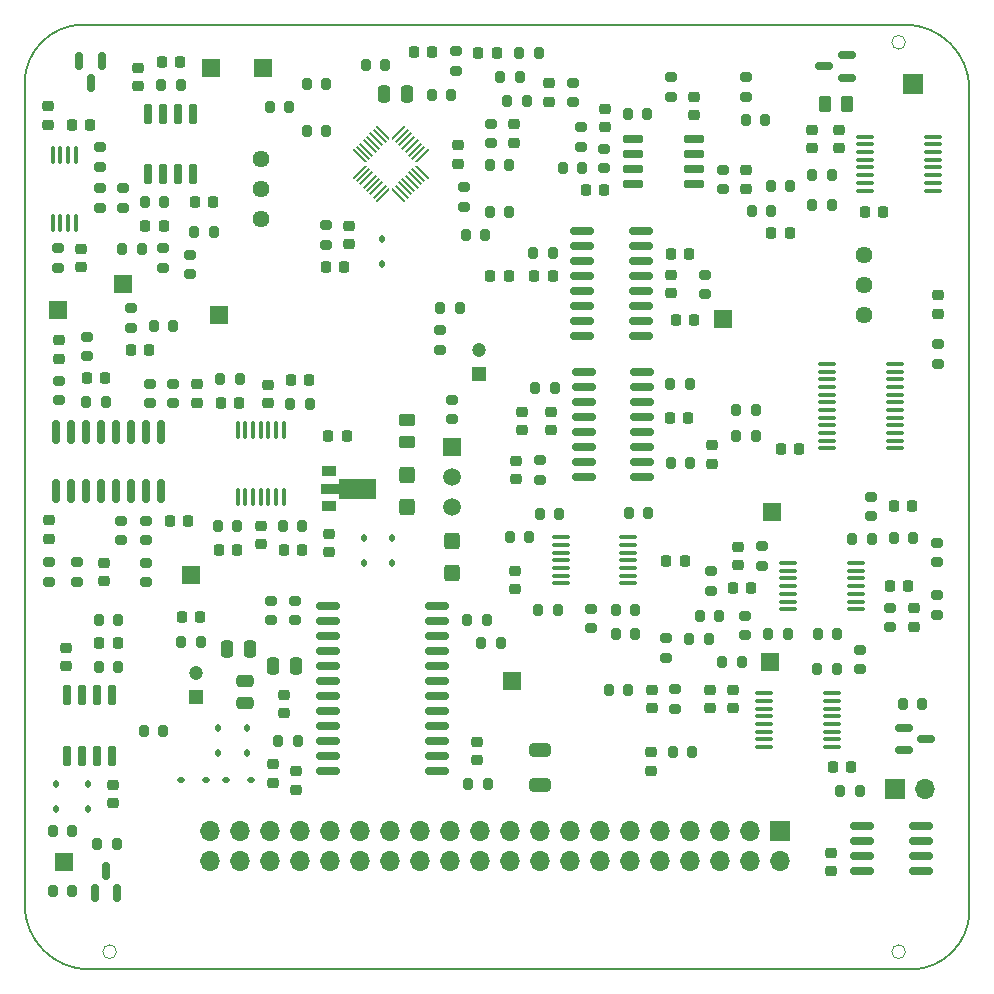
<source format=gbr>
G04 #@! TF.GenerationSoftware,KiCad,Pcbnew,7.0.9*
G04 #@! TF.CreationDate,2023-12-12T08:42:42-08:00*
G04 #@! TF.ProjectId,z5524,7a353532-342e-46b6-9963-61645f706362,rev?*
G04 #@! TF.SameCoordinates,PX3d83120PY6590fa0*
G04 #@! TF.FileFunction,Soldermask,Top*
G04 #@! TF.FilePolarity,Negative*
%FSLAX46Y46*%
G04 Gerber Fmt 4.6, Leading zero omitted, Abs format (unit mm)*
G04 Created by KiCad (PCBNEW 7.0.9) date 2023-12-12 08:42:42*
%MOMM*%
%LPD*%
G01*
G04 APERTURE LIST*
G04 Aperture macros list*
%AMRoundRect*
0 Rectangle with rounded corners*
0 $1 Rounding radius*
0 $2 $3 $4 $5 $6 $7 $8 $9 X,Y pos of 4 corners*
0 Add a 4 corners polygon primitive as box body*
4,1,4,$2,$3,$4,$5,$6,$7,$8,$9,$2,$3,0*
0 Add four circle primitives for the rounded corners*
1,1,$1+$1,$2,$3*
1,1,$1+$1,$4,$5*
1,1,$1+$1,$6,$7*
1,1,$1+$1,$8,$9*
0 Add four rect primitives between the rounded corners*
20,1,$1+$1,$2,$3,$4,$5,0*
20,1,$1+$1,$4,$5,$6,$7,0*
20,1,$1+$1,$6,$7,$8,$9,0*
20,1,$1+$1,$8,$9,$2,$3,0*%
%AMFreePoly0*
4,1,14,0.314644,0.085355,0.385355,0.014644,0.400000,-0.020711,0.400000,-0.050000,0.385355,-0.085355,0.350000,-0.100000,-1.100000,-0.100000,-1.135355,-0.085355,-1.150000,-0.050000,-1.150000,0.050000,-1.135355,0.085355,-1.100000,0.100000,0.279289,0.100000,0.314644,0.085355,0.314644,0.085355,$1*%
%AMFreePoly1*
4,1,14,0.385355,0.085355,0.400000,0.050000,0.400000,0.020711,0.385356,-0.014645,0.314644,-0.085355,0.279289,-0.100000,-1.100000,-0.100000,-1.135355,-0.085355,-1.150000,-0.050000,-1.150000,0.050000,-1.135355,0.085355,-1.100000,0.100000,0.350000,0.100000,0.385355,0.085355,0.385355,0.085355,$1*%
%AMFreePoly2*
4,1,14,0.085355,0.385355,0.100000,0.350000,0.100000,-1.100000,0.085355,-1.135355,0.050000,-1.150000,-0.050000,-1.150000,-0.085355,-1.135355,-0.100000,-1.100000,-0.100000,0.279289,-0.085355,0.314644,-0.014645,0.385356,0.020711,0.400000,0.050000,0.400000,0.085355,0.385355,0.085355,0.385355,$1*%
%AMFreePoly3*
4,1,14,0.014644,0.385355,0.085355,0.314644,0.100000,0.279289,0.100000,-1.100000,0.085355,-1.135355,0.050000,-1.150000,-0.050000,-1.150000,-0.085355,-1.135355,-0.100000,-1.100000,-0.100000,0.350000,-0.085355,0.385355,-0.050000,0.400000,-0.020711,0.400000,0.014644,0.385355,0.014644,0.385355,$1*%
%AMFreePoly4*
4,1,14,1.135355,0.085355,1.150000,0.050000,1.150000,-0.050000,1.135355,-0.085355,1.100000,-0.100000,-0.279289,-0.100000,-0.314646,-0.085355,-0.385355,-0.014644,-0.400000,0.020711,-0.400000,0.050000,-0.385355,0.085355,-0.350000,0.100000,1.100000,0.100000,1.135355,0.085355,1.135355,0.085355,$1*%
%AMFreePoly5*
4,1,14,1.135355,0.085355,1.150000,0.050000,1.150000,-0.050000,1.135355,-0.085355,1.100000,-0.100000,-0.350000,-0.100000,-0.385355,-0.085355,-0.400000,-0.050000,-0.400000,-0.020711,-0.385355,0.014644,-0.314646,0.085355,-0.279289,0.100000,1.100000,0.100000,1.135355,0.085355,1.135355,0.085355,$1*%
%AMFreePoly6*
4,1,14,0.085355,1.135355,0.100000,1.100000,0.100000,-0.279289,0.085355,-0.314646,0.014644,-0.385355,-0.020711,-0.400000,-0.050000,-0.400000,-0.085355,-0.385355,-0.100000,-0.350000,-0.100000,1.100000,-0.085355,1.135355,-0.050000,1.150000,0.050000,1.150000,0.085355,1.135355,0.085355,1.135355,$1*%
%AMFreePoly7*
4,1,14,0.085355,1.135355,0.100000,1.100000,0.100000,-0.350000,0.085355,-0.385355,0.050000,-0.400000,0.020711,-0.400000,-0.014645,-0.385356,-0.085355,-0.314644,-0.100000,-0.279289,-0.100000,1.100000,-0.085355,1.135355,-0.050000,1.150000,0.050000,1.150000,0.085355,1.135355,0.085355,1.135355,$1*%
%AMFreePoly8*
4,1,9,3.862500,-0.866500,0.737500,-0.866500,0.737500,-0.450000,-0.737500,-0.450000,-0.737500,0.450000,0.737500,0.450000,0.737500,0.866500,3.862500,0.866500,3.862500,-0.866500,3.862500,-0.866500,$1*%
G04 Aperture macros list end*
%ADD10FreePoly0,135.000000*%
%ADD11RoundRect,0.050000X0.548008X-0.477297X-0.477297X0.548008X-0.548008X0.477297X0.477297X-0.548008X0*%
%ADD12FreePoly1,135.000000*%
%ADD13FreePoly2,135.000000*%
%ADD14RoundRect,0.050000X0.548008X0.477297X0.477297X0.548008X-0.548008X-0.477297X-0.477297X-0.548008X0*%
%ADD15FreePoly3,135.000000*%
%ADD16FreePoly4,135.000000*%
%ADD17FreePoly5,135.000000*%
%ADD18FreePoly6,135.000000*%
%ADD19FreePoly7,135.000000*%
%ADD20RoundRect,0.250000X0.250000X0.475000X-0.250000X0.475000X-0.250000X-0.475000X0.250000X-0.475000X0*%
%ADD21RoundRect,0.225000X0.250000X-0.225000X0.250000X0.225000X-0.250000X0.225000X-0.250000X-0.225000X0*%
%ADD22RoundRect,0.200000X-0.275000X0.200000X-0.275000X-0.200000X0.275000X-0.200000X0.275000X0.200000X0*%
%ADD23RoundRect,0.225000X-0.225000X-0.250000X0.225000X-0.250000X0.225000X0.250000X-0.225000X0.250000X0*%
%ADD24RoundRect,0.100000X0.637500X0.100000X-0.637500X0.100000X-0.637500X-0.100000X0.637500X-0.100000X0*%
%ADD25RoundRect,0.100000X-0.637500X-0.100000X0.637500X-0.100000X0.637500X0.100000X-0.637500X0.100000X0*%
%ADD26RoundRect,0.218750X0.256250X-0.218750X0.256250X0.218750X-0.256250X0.218750X-0.256250X-0.218750X0*%
%ADD27R,1.700000X1.700000*%
%ADD28O,1.700000X1.700000*%
%ADD29RoundRect,0.225000X-0.250000X0.225000X-0.250000X-0.225000X0.250000X-0.225000X0.250000X0.225000X0*%
%ADD30RoundRect,0.150000X-0.150000X0.825000X-0.150000X-0.825000X0.150000X-0.825000X0.150000X0.825000X0*%
%ADD31RoundRect,0.150000X0.825000X0.150000X-0.825000X0.150000X-0.825000X-0.150000X0.825000X-0.150000X0*%
%ADD32RoundRect,0.112500X-0.112500X0.187500X-0.112500X-0.187500X0.112500X-0.187500X0.112500X0.187500X0*%
%ADD33RoundRect,0.150000X0.150000X-0.725000X0.150000X0.725000X-0.150000X0.725000X-0.150000X-0.725000X0*%
%ADD34RoundRect,0.225000X0.225000X0.250000X-0.225000X0.250000X-0.225000X-0.250000X0.225000X-0.250000X0*%
%ADD35R,1.500000X1.500000*%
%ADD36RoundRect,0.200000X0.200000X0.275000X-0.200000X0.275000X-0.200000X-0.275000X0.200000X-0.275000X0*%
%ADD37RoundRect,0.200000X-0.200000X-0.275000X0.200000X-0.275000X0.200000X0.275000X-0.200000X0.275000X0*%
%ADD38RoundRect,0.150000X0.150000X-0.587500X0.150000X0.587500X-0.150000X0.587500X-0.150000X-0.587500X0*%
%ADD39RoundRect,0.200000X0.275000X-0.200000X0.275000X0.200000X-0.275000X0.200000X-0.275000X-0.200000X0*%
%ADD40RoundRect,0.150000X0.725000X0.150000X-0.725000X0.150000X-0.725000X-0.150000X0.725000X-0.150000X0*%
%ADD41C,1.500000*%
%ADD42RoundRect,0.250000X-0.262500X-0.450000X0.262500X-0.450000X0.262500X0.450000X-0.262500X0.450000X0*%
%ADD43RoundRect,0.100000X-0.100000X0.637500X-0.100000X-0.637500X0.100000X-0.637500X0.100000X0.637500X0*%
%ADD44R,1.200000X1.200000*%
%ADD45C,1.200000*%
%ADD46RoundRect,0.112500X0.187500X0.112500X-0.187500X0.112500X-0.187500X-0.112500X0.187500X-0.112500X0*%
%ADD47RoundRect,0.250000X-0.650000X0.325000X-0.650000X-0.325000X0.650000X-0.325000X0.650000X0.325000X0*%
%ADD48RoundRect,0.250000X0.450000X-0.262500X0.450000X0.262500X-0.450000X0.262500X-0.450000X-0.262500X0*%
%ADD49RoundRect,0.150000X-0.825000X-0.150000X0.825000X-0.150000X0.825000X0.150000X-0.825000X0.150000X0*%
%ADD50RoundRect,0.100000X0.100000X-0.637500X0.100000X0.637500X-0.100000X0.637500X-0.100000X-0.637500X0*%
%ADD51RoundRect,0.150000X-0.150000X0.587500X-0.150000X-0.587500X0.150000X-0.587500X0.150000X0.587500X0*%
%ADD52RoundRect,0.112500X0.112500X-0.187500X0.112500X0.187500X-0.112500X0.187500X-0.112500X-0.187500X0*%
%ADD53RoundRect,0.250000X0.425000X-0.450000X0.425000X0.450000X-0.425000X0.450000X-0.425000X-0.450000X0*%
%ADD54RoundRect,0.150000X-0.587500X-0.150000X0.587500X-0.150000X0.587500X0.150000X-0.587500X0.150000X0*%
%ADD55C,1.440000*%
%ADD56RoundRect,0.250000X-0.475000X0.250000X-0.475000X-0.250000X0.475000X-0.250000X0.475000X0.250000X0*%
%ADD57RoundRect,0.150000X0.875000X0.150000X-0.875000X0.150000X-0.875000X-0.150000X0.875000X-0.150000X0*%
%ADD58R,1.300000X0.900000*%
%ADD59FreePoly8,0.000000*%
%ADD60RoundRect,0.150000X0.587500X0.150000X-0.587500X0.150000X-0.587500X-0.150000X0.587500X-0.150000X0*%
%ADD61RoundRect,0.150000X-0.150000X0.725000X-0.150000X-0.725000X0.150000X-0.725000X0.150000X0.725000X0*%
G04 #@! TA.AperFunction,Profile*
%ADD62C,0.150000*%
G04 #@! TD*
G04 #@! TA.AperFunction,Profile*
%ADD63C,0.050000*%
G04 #@! TD*
G04 APERTURE END LIST*
D10*
X32288909Y67431192D03*
D11*
X32836916Y67448870D03*
X33119759Y67731713D03*
X33402602Y68014555D03*
X33685445Y68297398D03*
X33968287Y68580241D03*
X34251130Y68863084D03*
D12*
X34268808Y69411091D03*
D13*
X34268808Y70188909D03*
D14*
X34251130Y70736916D03*
X33968287Y71019759D03*
X33685445Y71302602D03*
X33402602Y71585445D03*
X33119759Y71868287D03*
X32836916Y72151130D03*
D15*
X32288909Y72168808D03*
D16*
X31511091Y72168808D03*
D11*
X30963084Y72151130D03*
X30680241Y71868287D03*
X30397398Y71585445D03*
X30114555Y71302602D03*
X29831713Y71019759D03*
X29548870Y70736916D03*
D17*
X29531192Y70188909D03*
D18*
X29531192Y69411091D03*
D14*
X29548870Y68863084D03*
X29831713Y68580241D03*
X30114555Y68297398D03*
X30397398Y68014555D03*
X30680241Y67731713D03*
X30963084Y67448870D03*
D19*
X31511091Y67431192D03*
D20*
X33250000Y75700000D03*
X31350000Y75700000D03*
D21*
X58900000Y23745000D03*
X58900000Y25295000D03*
X60900000Y23745000D03*
X60900000Y25295000D03*
D22*
X21800000Y32825000D03*
X21800000Y31175000D03*
D23*
X64925000Y45700000D03*
X66475000Y45700000D03*
D24*
X74562500Y45725000D03*
X74562500Y46375000D03*
X74562500Y47025000D03*
X74562500Y47675000D03*
X74562500Y48325000D03*
X74562500Y48975000D03*
X74562500Y49625000D03*
X74562500Y50275000D03*
X74562500Y50925000D03*
X74562500Y51575000D03*
X74562500Y52225000D03*
X74562500Y52875000D03*
X68837500Y52875000D03*
X68837500Y52225000D03*
X68837500Y51575000D03*
X68837500Y50925000D03*
X68837500Y50275000D03*
X68837500Y49625000D03*
X68837500Y48975000D03*
X68837500Y48325000D03*
X68837500Y47675000D03*
X68837500Y47025000D03*
X68837500Y46375000D03*
X68837500Y45725000D03*
D25*
X63537500Y24975000D03*
X63537500Y24325000D03*
X63537500Y23675000D03*
X63537500Y23025000D03*
X63537500Y22375000D03*
X63537500Y21725000D03*
X63537500Y21075000D03*
X63537500Y20425000D03*
X69262500Y20425000D03*
X69262500Y21075000D03*
X69262500Y21725000D03*
X69262500Y22375000D03*
X69262500Y23025000D03*
X69262500Y23675000D03*
X69262500Y24325000D03*
X69262500Y24975000D03*
D22*
X78200000Y54525000D03*
X78200000Y52875000D03*
D26*
X78200000Y57112500D03*
X78200000Y58687500D03*
D27*
X64860000Y13300000D03*
D28*
X64860000Y10760000D03*
X62320000Y13300000D03*
X62320000Y10760000D03*
X59780000Y13300000D03*
X59780000Y10760000D03*
X57240000Y13300000D03*
X57240000Y10760000D03*
X54700000Y13300000D03*
X54700000Y10760000D03*
X52160000Y13300000D03*
X52160000Y10760000D03*
X49620000Y13300000D03*
X49620000Y10760000D03*
X47080000Y13300000D03*
X47080000Y10760000D03*
X44540000Y13300000D03*
X44540000Y10760000D03*
X42000000Y13300000D03*
X42000000Y10760000D03*
X39460000Y13300000D03*
X39460000Y10760000D03*
X36920000Y13300000D03*
X36920000Y10760000D03*
X34380000Y13300000D03*
X34380000Y10760000D03*
X31840000Y13300000D03*
X31840000Y10760000D03*
X29300000Y13300000D03*
X29300000Y10760000D03*
X26760000Y13300000D03*
X26760000Y10760000D03*
X24220000Y13300000D03*
X24220000Y10760000D03*
X21680000Y13300000D03*
X21680000Y10760000D03*
X19140000Y13300000D03*
X19140000Y10760000D03*
X16600000Y13300000D03*
X16600000Y10760000D03*
D29*
X69200000Y11475000D03*
X69200000Y9925000D03*
D30*
X12445000Y47075000D03*
X11175000Y47075000D03*
X9905000Y47075000D03*
X8635000Y47075000D03*
X7365000Y47075000D03*
X6095000Y47075000D03*
X4825000Y47075000D03*
X3555000Y47075000D03*
X3555000Y42125000D03*
X4825000Y42125000D03*
X6095000Y42125000D03*
X7365000Y42125000D03*
X8635000Y42125000D03*
X9905000Y42125000D03*
X11175000Y42125000D03*
X12445000Y42125000D03*
D21*
X21500000Y49525000D03*
X21500000Y51075000D03*
D31*
X76775000Y9895000D03*
X76775000Y11165000D03*
X76775000Y12435000D03*
X76775000Y13705000D03*
X71825000Y13705000D03*
X71825000Y12435000D03*
X71825000Y11165000D03*
X71825000Y9895000D03*
D32*
X17300000Y22050000D03*
X17300000Y19950000D03*
D33*
X11325000Y68905000D03*
X12595000Y68905000D03*
X13865000Y68905000D03*
X15135000Y68905000D03*
X15135000Y74055000D03*
X13865000Y74055000D03*
X12595000Y74055000D03*
X11325000Y74055000D03*
D29*
X37600000Y71375000D03*
X37600000Y69825000D03*
D34*
X27975000Y61100000D03*
X26425000Y61100000D03*
D35*
X60000000Y56700000D03*
X9200000Y59600000D03*
X21100000Y77900000D03*
D32*
X29600000Y38150000D03*
X29600000Y36050000D03*
D36*
X39925000Y63800000D03*
X38275000Y63800000D03*
D34*
X14075000Y78450000D03*
X12525000Y78450000D03*
D35*
X64200000Y40300000D03*
D37*
X67575000Y68900000D03*
X69225000Y68900000D03*
D29*
X59100000Y45975000D03*
X59100000Y44425000D03*
D37*
X41175000Y77200000D03*
X42825000Y77200000D03*
D22*
X26400000Y64624998D03*
X26400000Y62974998D03*
D36*
X62825000Y46800000D03*
X61175000Y46800000D03*
D27*
X74575000Y16850000D03*
D28*
X77115000Y16850000D03*
D38*
X6850000Y8062500D03*
X8750000Y8062500D03*
X7800000Y9937500D03*
D39*
X11200000Y37925000D03*
X11200000Y39575000D03*
D22*
X78150000Y37725000D03*
X78150000Y36075000D03*
D37*
X74475000Y38100000D03*
X76125000Y38100000D03*
X67575000Y66300000D03*
X69225000Y66300000D03*
D39*
X37100000Y48175000D03*
X37100000Y49825000D03*
D34*
X15775000Y31400000D03*
X14225000Y31400000D03*
D35*
X4200000Y10700000D03*
D36*
X52025000Y25300000D03*
X50375000Y25300000D03*
X57425000Y20000000D03*
X55775000Y20000000D03*
D25*
X72087500Y72100000D03*
X72087500Y71450000D03*
X72087500Y70800000D03*
X72087500Y70150000D03*
X72087500Y69500000D03*
X72087500Y68850000D03*
X72087500Y68200000D03*
X72087500Y67550000D03*
X77812500Y67550000D03*
X77812500Y68200000D03*
X77812500Y68850000D03*
X77812500Y69500000D03*
X77812500Y70150000D03*
X77812500Y70800000D03*
X77812500Y71450000D03*
X77812500Y72100000D03*
D37*
X11825000Y56075000D03*
X13475000Y56075000D03*
D23*
X26625000Y46800000D03*
X28175000Y46800000D03*
D36*
X41925000Y69700000D03*
X40275000Y69700000D03*
D22*
X37425000Y79325000D03*
X37425000Y77675000D03*
D23*
X55225000Y36200000D03*
X56775000Y36200000D03*
D35*
X15000000Y35000000D03*
D39*
X5300000Y34425000D03*
X5300000Y36075000D03*
D35*
X3700000Y57400000D03*
D37*
X40275000Y65699998D03*
X41925000Y65699998D03*
X51975000Y74000000D03*
X53625000Y74000000D03*
X6125000Y49650000D03*
X7775000Y49650000D03*
D40*
X57575000Y68095000D03*
X57575000Y69365000D03*
X57575000Y70635000D03*
X57575000Y71905000D03*
X52425000Y71905000D03*
X52425000Y70635000D03*
X52425000Y69365000D03*
X52425000Y68095000D03*
D23*
X55525000Y48300000D03*
X57075000Y48300000D03*
D35*
X37100000Y45840000D03*
D41*
X37100000Y43300000D03*
X37100000Y40760000D03*
D21*
X3800000Y53325000D03*
X3800000Y54875000D03*
D29*
X45500000Y48825000D03*
X45500000Y47275000D03*
D37*
X21675000Y74600000D03*
X23325000Y74600000D03*
X39575000Y29200000D03*
X41225000Y29200000D03*
D34*
X18875000Y37150000D03*
X17325000Y37150000D03*
D21*
X23900000Y16825000D03*
X23900000Y18375000D03*
D37*
X7075000Y12200000D03*
X8725000Y12200000D03*
D36*
X65525000Y30000000D03*
X63875000Y30000000D03*
D21*
X54000000Y23725000D03*
X54000000Y25275000D03*
D39*
X9200000Y66075000D03*
X9200000Y67725000D03*
D21*
X4400000Y27250000D03*
X4400000Y28800000D03*
D42*
X68680000Y74860000D03*
X70505000Y74860000D03*
D22*
X48000000Y72905000D03*
X48000000Y71255000D03*
X23800000Y32825000D03*
X23800000Y31175000D03*
D23*
X13225000Y39550000D03*
X14775000Y39550000D03*
D21*
X7600000Y34475000D03*
X7600000Y36025000D03*
D23*
X74525000Y40800000D03*
X76075000Y40800000D03*
D36*
X26425000Y76600000D03*
X24775000Y76600000D03*
D39*
X61900000Y29875000D03*
X61900000Y31525000D03*
X44500000Y43075000D03*
X44500000Y44725000D03*
D23*
X9875000Y54075000D03*
X11425000Y54075000D03*
D29*
X76200000Y32175000D03*
X76200000Y30625000D03*
D43*
X22850000Y47312500D03*
X22200000Y47312500D03*
X21550000Y47312500D03*
X20900000Y47312500D03*
X20250000Y47312500D03*
X19600000Y47312500D03*
X18950000Y47312500D03*
X18950000Y41587500D03*
X19600000Y41587500D03*
X20250000Y41587500D03*
X20900000Y41587500D03*
X21550000Y41587500D03*
X22200000Y41587500D03*
X22850000Y41587500D03*
D44*
X39400000Y52027400D03*
D45*
X39400000Y54027400D03*
D34*
X75725000Y34100000D03*
X74175000Y34100000D03*
D39*
X9900000Y55950000D03*
X9900000Y57600000D03*
D36*
X37725000Y57600000D03*
X36075000Y57600000D03*
D35*
X63975000Y27650000D03*
D46*
X16250000Y17600000D03*
X14150000Y17600000D03*
D32*
X31200000Y63450000D03*
X31200000Y61350000D03*
D44*
X15400000Y24700000D03*
D45*
X15400000Y26700000D03*
D39*
X74200000Y30575000D03*
X74200000Y32225000D03*
D36*
X72625000Y38050000D03*
X70975000Y38050000D03*
D23*
X22825000Y37150000D03*
X24375000Y37150000D03*
D22*
X11500000Y51175000D03*
X11500000Y49525000D03*
D29*
X21900000Y18975000D03*
X21900000Y17425000D03*
D47*
X44500000Y20175000D03*
X44500000Y17225000D03*
D36*
X53687500Y40250000D03*
X52037500Y40250000D03*
D48*
X33300000Y48112500D03*
X33300000Y46287500D03*
D49*
X48125000Y64150000D03*
X48125000Y62880000D03*
X48125000Y61610000D03*
X48125000Y60340000D03*
X48125000Y59070000D03*
X48125000Y57800000D03*
X48125000Y56530000D03*
X48125000Y55260000D03*
X53075000Y55260000D03*
X53075000Y56530000D03*
X53075000Y57800000D03*
X53075000Y59070000D03*
X53075000Y60340000D03*
X53075000Y61610000D03*
X53075000Y62880000D03*
X53075000Y64150000D03*
D34*
X12675000Y64550000D03*
X11125000Y64550000D03*
D22*
X13500000Y51175000D03*
X13500000Y49525000D03*
D29*
X62000000Y69255000D03*
X62000000Y67705000D03*
D50*
X3275000Y64837500D03*
X3925000Y64837500D03*
X4575000Y64837500D03*
X5225000Y64837500D03*
X5225000Y70562500D03*
X4575000Y70562500D03*
X3925000Y70562500D03*
X3275000Y70562500D03*
D36*
X40025000Y31200000D03*
X38375000Y31200000D03*
D37*
X68025000Y27000000D03*
X69675000Y27000000D03*
D51*
X7450000Y78537500D03*
X5550000Y78537500D03*
X6500000Y76662500D03*
D36*
X63625000Y73500000D03*
X61975000Y73500000D03*
D37*
X58075000Y31500000D03*
X59725000Y31500000D03*
D20*
X23850000Y27300000D03*
X21950000Y27300000D03*
D22*
X55200000Y29625000D03*
X55200000Y27975000D03*
D39*
X6200000Y53525000D03*
X6200000Y55175000D03*
D52*
X19700000Y19950000D03*
X19700000Y22050000D03*
X3600000Y15175000D03*
X3600000Y17275000D03*
D21*
X69850000Y71150000D03*
X69850000Y72700000D03*
D53*
X33300000Y40750000D03*
X33300000Y43450000D03*
D22*
X38100000Y67824998D03*
X38100000Y66174998D03*
D54*
X75362500Y22050000D03*
X75362500Y20150000D03*
X77237500Y21100000D03*
D22*
X3800000Y51425000D03*
X3800000Y49775000D03*
D36*
X61625000Y27600000D03*
X59975000Y27600000D03*
D34*
X24975000Y51500000D03*
X23425000Y51500000D03*
D53*
X37100000Y35150000D03*
X37100000Y37850000D03*
D37*
X75275000Y24100000D03*
X76925000Y24100000D03*
D55*
X72000000Y62050000D03*
X72000000Y59510000D03*
X72000000Y56970000D03*
D39*
X7300000Y66075000D03*
X7300000Y67725000D03*
D29*
X20900000Y39175000D03*
X20900000Y37625000D03*
D22*
X3700000Y62675000D03*
X3700000Y61025000D03*
D36*
X62825000Y49000000D03*
X61175000Y49000000D03*
D29*
X42400000Y35375000D03*
X42400000Y33825000D03*
D34*
X16875000Y66550000D03*
X15325000Y66550000D03*
D29*
X26700000Y38475000D03*
X26700000Y36925000D03*
D39*
X56000000Y23675000D03*
X56000000Y25325000D03*
D22*
X48900000Y32125000D03*
X48900000Y30475000D03*
D36*
X40125000Y17300000D03*
X38475000Y17300000D03*
D23*
X7225000Y29225000D03*
X8775000Y29225000D03*
D56*
X19600000Y26050000D03*
X19600000Y24150000D03*
D37*
X7175000Y27225000D03*
X8825000Y27225000D03*
D52*
X6300000Y15175000D03*
X6300000Y17275000D03*
D36*
X52625000Y32050000D03*
X50975000Y32050000D03*
X26425000Y72600000D03*
X24775000Y72600000D03*
D22*
X11200000Y36025000D03*
X11200000Y34375000D03*
D34*
X19075000Y49550000D03*
X17525000Y49550000D03*
D36*
X69725000Y30000000D03*
X68075000Y30000000D03*
D21*
X50025000Y72930000D03*
X50025000Y74480000D03*
D29*
X55650000Y60380000D03*
X55650000Y58830000D03*
D21*
X43000000Y47275000D03*
X43000000Y48825000D03*
D55*
X20900000Y70200000D03*
X20900000Y67660000D03*
X20900000Y65120000D03*
D34*
X35400000Y79300000D03*
X33850000Y79300000D03*
D57*
X35850000Y18415000D03*
X35850000Y19685000D03*
X35850000Y20955000D03*
X35850000Y22225000D03*
X35850000Y23495000D03*
X35850000Y24765000D03*
X35850000Y26035000D03*
X35850000Y27305000D03*
X35850000Y28575000D03*
X35850000Y29845000D03*
X35850000Y31115000D03*
X35850000Y32385000D03*
X26550000Y32385000D03*
X26550000Y31115000D03*
X26550000Y29845000D03*
X26550000Y28575000D03*
X26550000Y27305000D03*
X26550000Y26035000D03*
X26550000Y24765000D03*
X26550000Y23495000D03*
X26550000Y22225000D03*
X26550000Y20955000D03*
X26550000Y19685000D03*
X26550000Y18415000D03*
D21*
X67600000Y71150000D03*
X67600000Y72700000D03*
D39*
X14900000Y60475000D03*
X14900000Y62125000D03*
X60000000Y67655000D03*
X60000000Y69305000D03*
D25*
X65537500Y36000000D03*
X65537500Y35350000D03*
X65537500Y34700000D03*
X65537500Y34050000D03*
X65537500Y33400000D03*
X65537500Y32750000D03*
X65537500Y32100000D03*
X71262500Y32100000D03*
X71262500Y32750000D03*
X71262500Y33400000D03*
X71262500Y34050000D03*
X71262500Y34700000D03*
X71262500Y35350000D03*
X71262500Y36000000D03*
D20*
X19950000Y28700000D03*
X18050000Y28700000D03*
D37*
X17275000Y39150000D03*
X18925000Y39150000D03*
D36*
X37025000Y75600000D03*
X35375000Y75600000D03*
D29*
X53900000Y19975000D03*
X53900000Y18425000D03*
D39*
X7300000Y69575000D03*
X7300000Y71225000D03*
D37*
X23375000Y49500000D03*
X25025000Y49500000D03*
D21*
X10500000Y76375000D03*
X10500000Y77925000D03*
D37*
X64075000Y67900000D03*
X65725000Y67900000D03*
X42775000Y79200000D03*
X44425000Y79200000D03*
X22775000Y39150000D03*
X24425000Y39150000D03*
D34*
X49975000Y67580000D03*
X48425000Y67580000D03*
D23*
X40325000Y60300000D03*
X41875000Y60300000D03*
D37*
X10975000Y21800000D03*
X12625000Y21800000D03*
D36*
X14125000Y76450000D03*
X12475000Y76450000D03*
D37*
X44125000Y50850000D03*
X45775000Y50850000D03*
D36*
X46025000Y32050000D03*
X44375000Y32050000D03*
D37*
X29775000Y78200000D03*
X31425000Y78200000D03*
D29*
X3000000Y39625000D03*
X3000000Y38075000D03*
X8400000Y17200000D03*
X8400000Y15650000D03*
D21*
X57600000Y73905000D03*
X57600000Y75455000D03*
D34*
X40875000Y79200000D03*
X39325000Y79200000D03*
D29*
X5700000Y62625000D03*
X5700000Y61075000D03*
D35*
X42200000Y26000000D03*
D37*
X46475000Y69480000D03*
X48125000Y69480000D03*
D22*
X71625000Y28650000D03*
X71625000Y27000000D03*
D29*
X42500000Y44675000D03*
X42500000Y43125000D03*
D39*
X59000000Y33675000D03*
X59000000Y35325000D03*
D36*
X8825000Y31200000D03*
X7175000Y31200000D03*
D58*
X26650000Y43800000D03*
D59*
X26737500Y42300000D03*
D58*
X26650000Y40800000D03*
D39*
X78150000Y31625000D03*
X78150000Y33275000D03*
D22*
X62000000Y77125000D03*
X62000000Y75475000D03*
D21*
X45300000Y75075000D03*
X45300000Y76625000D03*
D37*
X62475000Y65800000D03*
X64125000Y65800000D03*
D29*
X22900000Y24875000D03*
X22900000Y23325000D03*
D23*
X6175000Y51650000D03*
X7725000Y51650000D03*
D37*
X41775000Y75100000D03*
X43425000Y75100000D03*
D23*
X69325000Y18700000D03*
X70875000Y18700000D03*
D21*
X2900000Y73125000D03*
X2900000Y74675000D03*
D34*
X6425000Y73100000D03*
X4875000Y73100000D03*
D23*
X60875000Y33900000D03*
X62425000Y33900000D03*
X72025000Y65700000D03*
X73575000Y65700000D03*
D32*
X32000000Y38150000D03*
X32000000Y36050000D03*
D37*
X50975000Y30000000D03*
X52625000Y30000000D03*
D21*
X39200000Y19325000D03*
X39200000Y20875000D03*
D36*
X57225000Y51150000D03*
X55575000Y51150000D03*
D46*
X20050000Y17600000D03*
X17950000Y17600000D03*
D37*
X17475000Y51550000D03*
X19125000Y51550000D03*
D29*
X28400000Y64574998D03*
X28400000Y63024998D03*
D37*
X43975000Y62300000D03*
X45625000Y62300000D03*
X69975000Y16700000D03*
X71625000Y16700000D03*
D27*
X76100000Y76600000D03*
D37*
X44537500Y40150000D03*
X46187500Y40150000D03*
D22*
X72600000Y41625000D03*
X72600000Y39975000D03*
D39*
X36100000Y54075000D03*
X36100000Y55725000D03*
D22*
X40350000Y73200000D03*
X40350000Y71550000D03*
D37*
X22375000Y20900000D03*
X24025000Y20900000D03*
X9175000Y62600000D03*
X10825000Y62600000D03*
D23*
X64125000Y63920000D03*
X65675000Y63920000D03*
D36*
X4925000Y8200000D03*
X3275000Y8200000D03*
X57275000Y44450000D03*
X55625000Y44450000D03*
D60*
X70500000Y77100000D03*
X70500000Y79000000D03*
X68625000Y78050000D03*
D24*
X52025000Y34300000D03*
X52025000Y34950000D03*
X52025000Y35600000D03*
X52025000Y36250000D03*
X52025000Y36900000D03*
X52025000Y37550000D03*
X52025000Y38200000D03*
X46300000Y38200000D03*
X46300000Y37550000D03*
X46300000Y36900000D03*
X46300000Y36250000D03*
X46300000Y35600000D03*
X46300000Y34950000D03*
X46300000Y34300000D03*
D34*
X57575000Y56600000D03*
X56025000Y56600000D03*
D37*
X3275000Y13300000D03*
X4925000Y13300000D03*
D29*
X15500000Y51125000D03*
X15500000Y49575000D03*
X42300000Y73150000D03*
X42300000Y71600000D03*
D36*
X58825000Y29600000D03*
X57175000Y29600000D03*
D39*
X47300000Y75025000D03*
X47300000Y76675000D03*
D37*
X14175000Y29300000D03*
X15825000Y29300000D03*
D39*
X63300000Y35775000D03*
X63300000Y37425000D03*
D49*
X48225000Y52145000D03*
X48225000Y50875000D03*
X48225000Y49605000D03*
X48225000Y48335000D03*
X48225000Y47065000D03*
X48225000Y45795000D03*
X48225000Y44525000D03*
X48225000Y43255000D03*
X53175000Y43255000D03*
X53175000Y44525000D03*
X53175000Y45795000D03*
X53175000Y47065000D03*
X53175000Y48335000D03*
X53175000Y49605000D03*
X53175000Y50875000D03*
X53175000Y52145000D03*
D39*
X9100000Y37925000D03*
X9100000Y39575000D03*
D23*
X55625000Y62200000D03*
X57175000Y62200000D03*
D36*
X12725000Y66550000D03*
X11075000Y66550000D03*
D37*
X41975000Y38200000D03*
X43625000Y38200000D03*
D36*
X16925000Y64000000D03*
X15275000Y64000000D03*
D35*
X17400000Y57000000D03*
D39*
X55600000Y75475000D03*
X55600000Y77125000D03*
D22*
X58500000Y60425000D03*
X58500000Y58775000D03*
D21*
X61300000Y35825000D03*
X61300000Y37375000D03*
D35*
X16700000Y77900000D03*
D39*
X50000000Y69455000D03*
X50000000Y71105000D03*
D61*
X8305000Y24800000D03*
X7035000Y24800000D03*
X5765000Y24800000D03*
X4495000Y24800000D03*
X4495000Y19650000D03*
X5765000Y19650000D03*
X7035000Y19650000D03*
X8305000Y19650000D03*
D22*
X3000000Y36075000D03*
X3000000Y34425000D03*
D39*
X12650000Y61025000D03*
X12650000Y62675000D03*
D23*
X44050000Y60300000D03*
X45600000Y60300000D03*
D62*
X900000Y7100000D02*
G75*
G03*
X6400000Y1600000I5500000J0D01*
G01*
X75900000Y1600000D02*
G75*
G03*
X80900000Y6600000I0J5000000D01*
G01*
X75900000Y1600000D02*
X6400000Y1600000D01*
X5900000Y81600000D02*
G75*
G03*
X900000Y76600000I0J-5000000D01*
G01*
X80900000Y76100000D02*
G75*
G03*
X75400000Y81600000I-5500000J0D01*
G01*
X5900000Y81600000D02*
X75400000Y81600000D01*
X80900000Y6600000D02*
X80900000Y76100000D01*
X900000Y76600000D02*
X900000Y7100000D01*
D63*
X8676000Y3100000D02*
G75*
G03*
X8676000Y3100000I-576000J0D01*
G01*
X75476000Y80100000D02*
G75*
G03*
X75476000Y80100000I-576000J0D01*
G01*
X75476000Y3100000D02*
G75*
G03*
X75476000Y3100000I-576000J0D01*
G01*
M02*

</source>
